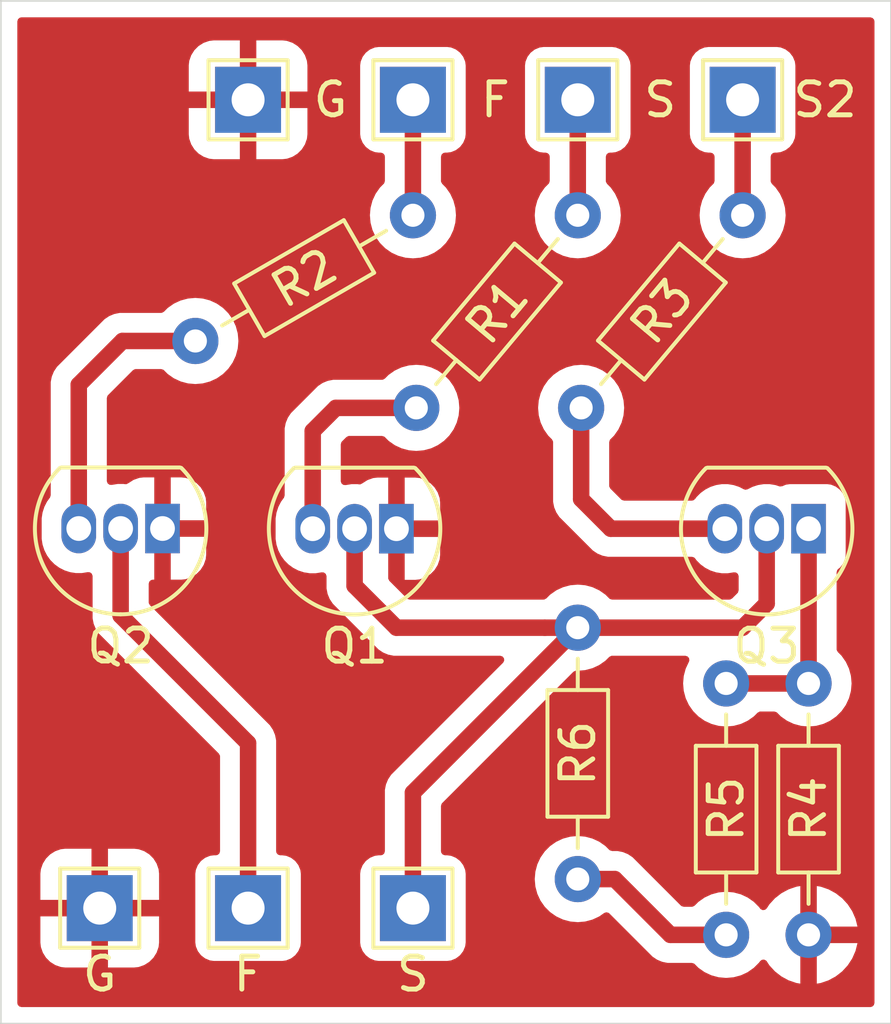
<source format=kicad_pcb>
(kicad_pcb (version 20240108) (generator "pcbnew") (generator_version "8.0")
  (layers (0 "F.Cu" signal) (31 "B.Cu" signal) (34 "B.Paste" user) (35 "F.Paste" user) (36 "B.SilkS" user "B.Silkscreen") (37 "F.SilkS" user "F.Silkscreen") (38 "B.Mask" user) (39 "F.Mask" user) (44 "Edge.Cuts" user))
  (net 0 "")
  (net 1 "Net-(Q1-B)")
  (net 2 "Net-(Q2-B)")
  (net 3 "Net-(Q3-E)")
  (net 4 "Net-(Q3-B)")
  (net 5 "GND")
  (net 6 "Net-(R5-Pad2)")
  (net 7 "/Shutter_Output")
  (net 8 "/Focus_Output")
  (net 9 "/Shutter_Input")
  (net 10 "/Focus_Input")
  (net 11 "/Focus_Input_GH4")
  (footprint "TestPoint:TestPoint_THTPad_2.0x2.0mm_Drill1.0mm" (layer "F.Cu") (at 117.5 68)
    (property "Reference" "TP6" (hide yes))
    (property "Value" "F" (at 2.5 0 0) (layer "F.SilkS"))
    (fp_line (start -1.2 -1.2) (end 1.2 -1.2) (stroke (width 0.12)) (layer "F.SilkS"))
    (fp_line (start -1.2 1.2) (end -1.2 -1.2) (stroke (width 0.12)) (layer "F.SilkS"))
    (fp_line (start 1.2 -1.2) (end 1.2 1.2) (stroke (width 0.12)) (layer "F.SilkS"))
    (fp_line (start 1.2 1.2) (end -1.2 1.2) (stroke (width 0.12)) (layer "F.SilkS"))
    (pad "1" thru_hole rect (at 0 0) (size 2 2) (drill 1) (layers "*.Cu" "*.Mask") (net 10 "/Focus_Input"))
  )
  (footprint "Resistor_THT:R_Axial_DIN0204_L3.6mm_D1.6mm_P7.62mm_Horizontal" (layer "F.Cu") (at 117.5 71.5 -150)
    (property "Reference" "R2" (at 3.81 0 30) (layer "F.SilkS"))
    (property "Value" "220")
    (fp_line (start 6.68 0) (end 5.73 0) (stroke (width 0.12)) (layer "F.SilkS"))
    (fp_line (start 5.73 0.919999) (end 5.73 -0.919999) (stroke (width 0.12)) (layer "F.SilkS"))
    (fp_line (start 5.73 -0.919999) (end 1.89 -0.92) (stroke (width 0.12)) (layer "F.SilkS"))
    (fp_line (start 1.89 0.92) (end 5.73 0.919999) (stroke (width 0.12)) (layer "F.SilkS"))
    (fp_line (start 1.89 -0.92) (end 1.89 0.92) (stroke (width 0.12)) (layer "F.SilkS"))
    (fp_line (start 0.939999 0) (end 1.89 0) (stroke (width 0.12)) (layer "F.SilkS"))
    (pad "1" thru_hole circle (at 0 0 210) (size 1.4 1.4) (drill 0.7) (layers "*.Cu" "*.Mask") (net 10 "/Focus_Input"))
    (pad "2" thru_hole oval (at 7.62 0 210) (size 1.4 1.4) (drill 0.7) (layers "*.Cu" "*.Mask") (net 2 "Net-(Q2-B)"))
  )
  (footprint "Package_TO_SOT_THT:TO-92_Inline" (layer "F.Cu") (at 109.904171 80.994466 180)
    (property "Reference" "Q2" (at 1.27 -3.56 0) (layer "F.SilkS"))
    (property "Value" "2SC1815")
    (fp_line (start -0.53 1.85) (end 3.07 1.85) (stroke (width 0.12)) (layer "F.SilkS"))
    (fp_arc (start 1.27 -2.6) (mid 3.672087 -0.994977) (end 3.108478 1.838478) (stroke (width 0.12)) (layer "F.SilkS"))
    (fp_arc (start -0.568478 1.838478) (mid -1.132087 -0.994977) (end 1.27 -2.6) (stroke (width 0.12)) (layer "F.SilkS"))
    (pad "1" thru_hole rect (at 0 0 180) (size 1.05 1.5) (drill 0.75) (layers "*.Cu" "*.Mask") (net 5 "GND"))
    (pad "2" thru_hole oval (at 1.27 0 180) (size 1.05 1.5) (drill 0.75) (layers "*.Cu" "*.Mask") (net 8 "/Focus_Output"))
    (pad "3" thru_hole oval (at 2.54 0 180) (size 1.05 1.5) (drill 0.75) (layers "*.Cu" "*.Mask") (net 2 "Net-(Q2-B)"))
  )
  (footprint "Resistor_THT:R_Axial_DIN0204_L3.6mm_D1.6mm_P7.62mm_Horizontal" (layer "F.Cu") (at 127 85.69 -90)
    (property "Reference" "R5" (at 3.81 0 90) (layer "F.SilkS"))
    (property "Value" "2,9K")
    (fp_line (start 1.89 0.92) (end 5.73 0.92) (stroke (width 0.12)) (layer "F.SilkS"))
    (fp_line (start 5.73 0.92) (end 5.73 -0.92) (stroke (width 0.12)) (layer "F.SilkS"))
    (fp_line (start 0.94 0) (end 1.89 0) (stroke (width 0.12)) (layer "F.SilkS"))
    (fp_line (start 6.68 0) (end 5.73 0) (stroke (width 0.12)) (layer "F.SilkS"))
    (fp_line (start 1.89 -0.92) (end 1.89 0.92) (stroke (width 0.12)) (layer "F.SilkS"))
    (fp_line (start 5.73 -0.92) (end 1.89 -0.92) (stroke (width 0.12)) (layer "F.SilkS"))
    (pad "1" thru_hole circle (at 0 0 270) (size 1.4 1.4) (drill 0.7) (layers "*.Cu" "*.Mask") (net 3 "Net-(Q3-E)"))
    (pad "2" thru_hole oval (at 7.62 0 270) (size 1.4 1.4) (drill 0.7) (layers "*.Cu" "*.Mask") (net 6 "Net-(R5-Pad2)"))
  )
  (footprint "Resistor_THT:R_Axial_DIN0204_L3.6mm_D1.6mm_P7.62mm_Horizontal" (layer "F.Cu") (at 122.5 91.619999 90)
    (property "Reference" "R6" (at 3.810001 0 90) (layer "F.SilkS"))
    (property "Value" "36K")
    (fp_line (start 5.73 -0.92) (end 1.890001 -0.92) (stroke (width 0.12)) (layer "F.SilkS"))
    (fp_line (start 1.890001 -0.92) (end 1.889999 0.92) (stroke (width 0.12)) (layer "F.SilkS"))
    (fp_line (start 6.68 -0.000002) (end 5.729999 0) (stroke (width 0.12)) (layer "F.SilkS"))
    (fp_line (start 0.939999 0) (end 1.89 0) (stroke (width 0.12)) (layer "F.SilkS"))
    (fp_line (start 5.730001 0.919999) (end 5.73 -0.92) (stroke (width 0.12)) (layer "F.SilkS"))
    (fp_line (start 1.889999 0.92) (end 5.730001 0.919999) (stroke (width 0.12)) (layer "F.SilkS"))
    (pad "1" thru_hole circle (at 0 0 90) (size 1.4 1.4) (drill 0.7) (layers "*.Cu" "*.Mask") (net 6 "Net-(R5-Pad2)"))
    (pad "2" thru_hole oval (at 7.619999 0 90) (size 1.4 1.4) (drill 0.7) (layers "*.Cu" "*.Mask") (net 7 "/Shutter_Output"))
  )
  (footprint "Package_TO_SOT_THT:TO-92_Inline" (layer "F.Cu") (at 117 81 180)
    (property "Reference" "Q1" (at 1.27 -3.56 0) (layer "F.SilkS"))
    (property "Value" "2SC1815")
    (fp_line (start -0.53 1.85) (end 3.07 1.85) (stroke (width 0.12)) (layer "F.SilkS"))
    (fp_arc (start 1.27 -2.6) (mid 3.672087 -0.994977) (end 3.108478 1.838478) (stroke (width 0.12)) (layer "F.SilkS"))
    (fp_arc (start -0.568478 1.838478) (mid -1.132087 -0.994977) (end 1.27 -2.6) (stroke (width 0.12)) (layer "F.SilkS"))
    (pad "1" thru_hole rect (at 0 0 180) (size 1.05 1.5) (drill 0.75) (layers "*.Cu" "*.Mask") (net 5 "GND"))
    (pad "2" thru_hole oval (at 1.27 0 180) (size 1.05 1.5) (drill 0.75) (layers "*.Cu" "*.Mask") (net 7 "/Shutter_Output"))
    (pad "3" thru_hole oval (at 2.54 0 180) (size 1.05 1.5) (drill 0.75) (layers "*.Cu" "*.Mask") (net 1 "Net-(Q1-B)"))
  )
  (footprint "TestPoint:TestPoint_THTPad_2.0x2.0mm_Drill1.0mm" (layer "F.Cu") (at 122.5 68)
    (property "Reference" "TP5" (hide yes))
    (property "Value" "S" (at 2.5 0 0) (layer "F.SilkS"))
    (fp_line (start -1.2 -1.2) (end 1.2 -1.2) (stroke (width 0.12)) (layer "F.SilkS"))
    (fp_line (start -1.2 1.2) (end -1.2 -1.2) (stroke (width 0.12)) (layer "F.SilkS"))
    (fp_line (start 1.2 -1.2) (end 1.2 1.2) (stroke (width 0.12)) (layer "F.SilkS"))
    (fp_line (start 1.2 1.2) (end -1.2 1.2) (stroke (width 0.12)) (layer "F.SilkS"))
    (pad "1" thru_hole rect (at 0 0) (size 2 2) (drill 1) (layers "*.Cu" "*.Mask") (net 9 "/Shutter_Input"))
  )
  (footprint "TestPoint:TestPoint_THTPad_2.0x2.0mm_Drill1.0mm" (layer "F.Cu") (at 108 92.5)
    (property "Reference" "TP1" (hide yes))
    (property "Value" "G" (at 0 2 0) (layer "F.SilkS"))
    (fp_line (start -1.2 -1.2) (end 1.2 -1.2) (stroke (width 0.12)) (layer "F.SilkS"))
    (fp_line (start -1.2 1.2) (end -1.2 -1.2) (stroke (width 0.12)) (layer "F.SilkS"))
    (fp_line (start 1.2 -1.2) (end 1.2 1.2) (stroke (width 0.12)) (layer "F.SilkS"))
    (fp_line (start 1.2 1.2) (end -1.2 1.2) (stroke (width 0.12)) (layer "F.SilkS"))
    (pad "1" thru_hole rect (at 0 0) (size 2 2) (drill 1) (layers "*.Cu" "*.Mask") (net 5 "GND"))
  )
  (footprint "TestPoint:TestPoint_THTPad_2.0x2.0mm_Drill1.0mm" (layer "F.Cu") (at 117.5 92.5)
    (property "Reference" "TP2" (hide yes))
    (property "Value" "S" (at 0 2 0) (layer "F.SilkS"))
    (fp_line (start -1.2 -1.2) (end 1.2 -1.2) (stroke (width 0.12)) (layer "F.SilkS"))
    (fp_line (start -1.2 1.2) (end -1.2 -1.2) (stroke (width 0.12)) (layer "F.SilkS"))
    (fp_line (start 1.2 -1.2) (end 1.2 1.2) (stroke (width 0.12)) (layer "F.SilkS"))
    (fp_line (start 1.2 1.2) (end -1.2 1.2) (stroke (width 0.12)) (layer "F.SilkS"))
    (pad "1" thru_hole rect (at 0 0) (size 2 2) (drill 1) (layers "*.Cu" "*.Mask") (net 7 "/Shutter_Output"))
  )
  (footprint "Package_TO_SOT_THT:TO-92_Inline" (layer "F.Cu") (at 129.5 81 180)
    (property "Reference" "Q3" (at 1.27 -3.56 0) (layer "F.SilkS"))
    (property "Value" "2SC1815")
    (fp_line (start -0.53 1.85) (end 3.07 1.85) (stroke (width 0.12)) (layer "F.SilkS"))
    (fp_arc (start 1.27 -2.6) (mid 3.672087 -0.994977) (end 3.108478 1.838478) (stroke (width 0.12)) (layer "F.SilkS"))
    (fp_arc (start -0.568478 1.838478) (mid -1.132087 -0.994977) (end 1.27 -2.6) (stroke (width 0.12)) (layer "F.SilkS"))
    (pad "1" thru_hole rect (at 0 0 180) (size 1.05 1.5) (drill 0.75) (layers "*.Cu" "*.Mask") (net 3 "Net-(Q3-E)"))
    (pad "2" thru_hole oval (at 1.27 0 180) (size 1.05 1.5) (drill 0.75) (layers "*.Cu" "*.Mask") (net 7 "/Shutter_Output"))
    (pad "3" thru_hole oval (at 2.54 0 180) (size 1.05 1.5) (drill 0.75) (layers "*.Cu" "*.Mask") (net 4 "Net-(Q3-B)"))
  )
  (footprint "Resistor_THT:R_Axial_DIN0204_L3.6mm_D1.6mm_P7.62mm_Horizontal" (layer "F.Cu") (at 127.5 71.5 -130)
    (property "Reference" "R3" (at 3.810001 0 50) (layer "F.SilkS"))
    (property "Value" "220")
    (fp_line (start 5.73 0.919999) (end 5.73 -0.92) (stroke (width 0.12)) (layer "F.SilkS"))
    (fp_line (start 6.68 0) (end 5.73 0) (stroke (width 0.12)) (layer "F.SilkS"))
    (fp_line (start 5.73 -0.92) (end 1.890001 -0.92) (stroke (width 0.12)) (layer "F.SilkS"))
    (fp_line (start 1.889999 0.92) (end 5.73 0.919999) (stroke (width 0.12)) (layer "F.SilkS"))
    (fp_line (start 0.94 0) (end 1.89 0) (stroke (width 0.12)) (layer "F.SilkS"))
    (fp_line (start 1.890001 -0.92) (end 1.889999 0.92) (stroke (width 0.12)) (layer "F.SilkS"))
    (pad "1" thru_hole circle (at 0 0 230) (size 1.4 1.4) (drill 0.7) (layers "*.Cu" "*.Mask") (net 11 "/Focus_Input_GH4"))
    (pad "2" thru_hole oval (at 7.62 -0.000001 230) (size 1.4 1.4) (drill 0.7) (layers "*.Cu" "*.Mask") (net 4 "Net-(Q3-B)"))
  )
  (footprint "Resistor_THT:R_Axial_DIN0204_L3.6mm_D1.6mm_P7.62mm_Horizontal" (layer "F.Cu") (at 122.5 71.5 -130)
    (property "Reference" "R1" (at 3.809999 0.000001 50) (layer "F.SilkS"))
    (property "Value" "220")
    (fp_line (start 5.729999 0.919999) (end 5.73 -0.92) (stroke (width 0.12)) (layer "F.SilkS"))
    (fp_line (start 6.680001 0.000001) (end 5.73 0) (stroke (width 0.12)) (layer "F.SilkS"))
    (fp_line (start 5.73 -0.92) (end 1.89 -0.919999) (stroke (width 0.12)) (layer "F.SilkS"))
    (fp_line (start 1.89 0.919999) (end 5.729999 0.919999) (stroke (width 0.12)) (layer "F.SilkS"))
    (fp_line (start 0.939999 0) (end 1.89 0) (stroke (width 0.12)) (layer "F.SilkS"))
    (fp_line (start 1.89 -0.919999) (end 1.89 0.919999) (stroke (width 0.12)) (layer "F.SilkS"))
    (pad "1" thru_hole circle (at 0 0 230) (size 1.4 1.4) (drill 0.7) (layers "*.Cu" "*.Mask") (net 9 "/Shutter_Input"))
    (pad "2" thru_hole oval (at 7.620001 -0.000001 230) (size 1.4 1.4) (drill 0.7) (layers "*.Cu" "*.Mask") (net 1 "Net-(Q1-B)"))
  )
  (footprint "TestPoint:TestPoint_THTPad_2.0x2.0mm_Drill1.0mm" (layer "F.Cu") (at 112.5 92.5)
    (property "Reference" "TP3" (hide yes))
    (property "Value" "F" (at 0 2 0) (layer "F.SilkS"))
    (fp_line (start -1.2 -1.2) (end 1.2 -1.2) (stroke (width 0.12)) (layer "F.SilkS"))
    (fp_line (start -1.2 1.2) (end -1.2 -1.2) (stroke (width 0.12)) (layer "F.SilkS"))
    (fp_line (start 1.2 -1.2) (end 1.2 1.2) (stroke (width 0.12)) (layer "F.SilkS"))
    (fp_line (start 1.2 1.2) (end -1.2 1.2) (stroke (width 0.12)) (layer "F.SilkS"))
    (pad "1" thru_hole rect (at 0 0) (size 2 2) (drill 1) (layers "*.Cu" "*.Mask") (net 8 "/Focus_Output"))
  )
  (footprint "TestPoint:TestPoint_THTPad_2.0x2.0mm_Drill1.0mm" (layer "F.Cu") (at 127.5 68)
    (property "Reference" "TP7" (hide yes))
    (property "Value" "S2" (at 2.5 0 0) (layer "F.SilkS"))
    (fp_line (start -1.2 -1.2) (end 1.2 -1.2) (stroke (width 0.12)) (layer "F.SilkS"))
    (fp_line (start -1.2 1.2) (end -1.2 -1.2) (stroke (width 0.12)) (layer "F.SilkS"))
    (fp_line (start 1.2 -1.2) (end 1.2 1.2) (stroke (width 0.12)) (layer "F.SilkS"))
    (fp_line (start 1.2 1.2) (end -1.2 1.2) (stroke (width 0.12)) (layer "F.SilkS"))
    (pad "1" thru_hole rect (at 0 0) (size 2 2) (drill 1) (layers "*.Cu" "*.Mask") (net 11 "/Focus_Input_GH4"))
  )
  (footprint "TestPoint:TestPoint_THTPad_2.0x2.0mm_Drill1.0mm" (layer "F.Cu") (at 112.5 68)
    (property "Reference" "TP4" (hide yes))
    (property "Value" "G" (at 2.5 0 0) (layer "F.SilkS"))
    (fp_line (start -1.2 -1.2) (end 1.2 -1.2) (stroke (width 0.12)) (layer "F.SilkS"))
    (fp_line (start -1.2 1.2) (end -1.2 -1.2) (stroke (width 0.12)) (layer "F.SilkS"))
    (fp_line (start 1.2 -1.2) (end 1.2 1.2) (stroke (width 0.12)) (layer "F.SilkS"))
    (fp_line (start 1.2 1.2) (end -1.2 1.2) (stroke (width 0.12)) (layer "F.SilkS"))
    (pad "1" thru_hole rect (at 0 0) (size 2 2) (drill 1) (layers "*.Cu" "*.Mask") (net 5 "GND"))
  )
  (footprint "Resistor_THT:R_Axial_DIN0204_L3.6mm_D1.6mm_P7.62mm_Horizontal" (layer "F.Cu") (at 129.5 85.69 -90)
    (property "Reference" "R4" (at 3.81 0 90) (layer "F.SilkS"))
    (property "Value" "2,2K")
    (fp_line (start 1.89 0.92) (end 5.73 0.92) (stroke (width 0.12)) (layer "F.SilkS"))
    (fp_line (start 5.73 0.92) (end 5.73 -0.92) (stroke (width 0.12)) (layer "F.SilkS"))
    (fp_line (start 0.94 0) (end 1.89 0) (stroke (width 0.12)) (layer "F.SilkS"))
    (fp_line (start 6.68 0) (end 5.73 0) (stroke (width 0.12)) (layer "F.SilkS"))
    (fp_line (start 1.89 -0.92) (end 1.89 0.92) (stroke (width 0.12)) (layer "F.SilkS"))
    (fp_line (start 5.73 -0.92) (end 1.89 -0.92) (stroke (width 0.12)) (layer "F.SilkS"))
    (pad "1" thru_hole circle (at 0 0 270) (size 1.4 1.4) (drill 0.7) (layers "*.Cu" "*.Mask") (net 3 "Net-(Q3-E)"))
    (pad "2" thru_hole oval (at 7.62 0 270) (size 1.4 1.4) (drill 0.7) (layers "*.Cu" "*.Mask") (net 5 "GND"))
  )
  (gr_line (start 132 96) (end 105 96) (stroke (width 0.05)) (layer "Edge.Cuts"))
  (gr_line (start 132 65) (end 105 65) (stroke (width 0.05)) (layer "Edge.Cuts"))
  (gr_line (start 105 65) (end 105 96) (stroke (width 0.05)) (layer "Edge.Cuts"))
  (gr_line (start 132 65) (end 132 96) (stroke (width 0.05)) (layer "Edge.Cuts"))
  (segment (start 115.16274 77.33726) (end 114.46 78.04) (width 0.5) (layer "F.Cu") (net 1))
  (segment (start 114.46 78.04) (end 114.46 81) (width 0.5) (layer "F.Cu") (net 1))
  (segment (start 117.601958 77.33726) (end 115.16274 77.33726) (width 0.5) (layer "F.Cu") (net 1))
  (segment (start 108.69 75.31) (end 107.364171 76.635829) (width 0.5) (layer "F.Cu") (net 2))
  (segment (start 107.364171 76.635829) (end 107.364171 80.994466) (width 0.5) (layer "F.Cu") (net 2))
  (segment (start 110.900887 75.31) (end 108.69 75.31) (width 0.5) (layer "F.Cu") (net 2))
  (segment (start 127 85.69) (end 129.5 85.69) (width 0.5) (layer "F.Cu") (net 3))
  (segment (start 129.5 85.69) (end 129.5 81) (width 0.5) (layer "F.Cu") (net 3))
  (segment (start 122.601959 80.101959) (end 123.5 81) (width 0.5) (layer "F.Cu") (net 4))
  (segment (start 126.954309 81.005691) (end 126.96 81) (width 0.5) (layer "F.Cu") (net 4))
  (segment (start 122.601959 77.337259) (end 122.601959 80.101959) (width 0.5) (layer "F.Cu") (net 4))
  (segment (start 123.5 81) (end 126.96 81) (width 0.5) (layer "F.Cu") (net 4))
  (segment (start 125.31 93.31) (end 123.619999 91.619999) (width 0.5) (layer "F.Cu") (net 6))
  (segment (start 123.619999 91.619999) (end 122.5 91.619999) (width 0.5) (layer "F.Cu") (net 6))
  (segment (start 127 93.31) (end 125.31 93.31) (width 0.5) (layer "F.Cu") (net 6))
  (segment (start 128.23 83.27) (end 128.23 81) (width 0.5) (layer "F.Cu") (net 7))
  (segment (start 122.5 84) (end 121.5 84) (width 0.5) (layer "F.Cu") (net 7))
  (segment (start 127.5 84) (end 128.23 83.27) (width 0.5) (layer "F.Cu") (net 7))
  (segment (start 127.5 84) (end 122.5 84) (width 0.5) (layer "F.Cu") (net 7))
  (segment (start 117.5 89) (end 122.5 84) (width 0.5) (layer "F.Cu") (net 7))
  (segment (start 117 84) (end 115.73 82.73) (width 0.5) (layer "F.Cu") (net 7))
  (segment (start 117.5 92.5) (end 117.5 89) (width 0.5) (layer "F.Cu") (net 7))
  (segment (start 115.73 82.73) (end 115.73 81) (width 0.5) (layer "F.Cu") (net 7))
  (segment (start 121.5 84) (end 117 84) (width 0.5) (layer "F.Cu") (net 7))
  (segment (start 108.634171 80.994466) (end 108.634171 83.634171) (width 0.5) (layer "F.Cu") (net 8))
  (segment (start 112.5 87.5) (end 112.5 92.5) (width 0.5) (layer "F.Cu") (net 8))
  (segment (start 108.634171 83.634171) (end 112.5 87.5) (width 0.5) (layer "F.Cu") (net 8))
  (segment (start 122.5 68) (end 122.5 71.5) (width 0.5) (layer "F.Cu") (net 9))
  (segment (start 117.5 68) (end 117.5 71.5) (width 0.5) (layer "F.Cu") (net 10))
  (segment (start 127.5 68) (end 127.5 71.5) (width 0.5) (layer "F.Cu") (net 11))
  (zone (net 5) (net_name "GND") (layer "F.Cu") (name "G_plane") (connect_pads (clearance 0.6)) (min_thickness 0.25) (fill yes (thermal_gap 0.8) (thermal_bridge_width 0.5))
    (polygon (pts (xy 105 65) (xy 132 65) (xy 132 96) (xy 105 96)))
  )
)
</source>
